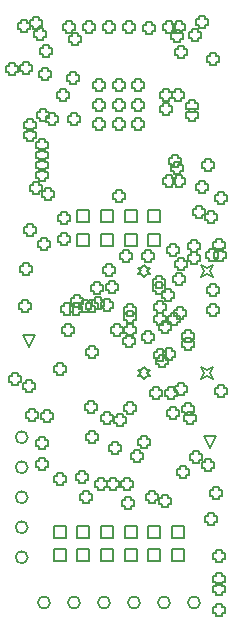
<source format=gbr>
%TF.GenerationSoftware,Altium Limited,Altium Designer,24.6.1 (21)*%
G04 Layer_Color=2752767*
%FSLAX45Y45*%
%MOMM*%
%TF.SameCoordinates,189501FC-2F9B-42A0-9727-E85274D5E768*%
%TF.FilePolarity,Positive*%
%TF.FileFunction,Drawing*%
%TF.Part,Single*%
G01*
G75*
%TA.AperFunction,NonConductor*%
%ADD59C,0.12700*%
%ADD109C,0.16933*%
D59*
X374200Y474200D02*
Y575800D01*
X475800D01*
Y474200D01*
X374200D01*
X574200D02*
Y575800D01*
X675800D01*
Y474200D01*
X574200D01*
X374200Y674200D02*
Y775800D01*
X475800D01*
Y674200D01*
X374200D01*
X574200D02*
Y775800D01*
X675800D01*
Y674200D01*
X574200D01*
X774201Y474200D02*
Y575800D01*
X875801D01*
Y474200D01*
X774201D01*
X974201D02*
Y575800D01*
X1075801D01*
Y474200D01*
X974201D01*
X1174201D02*
Y575800D01*
X1275801D01*
Y474200D01*
X1174201D01*
X1374201D02*
Y575800D01*
X1475801D01*
Y474200D01*
X1374201D01*
X774201Y674200D02*
Y775800D01*
X875801D01*
Y674200D01*
X774201D01*
X974201D02*
Y775800D01*
X1075801D01*
Y674200D01*
X974201D01*
X1174201D02*
Y775800D01*
X1275801D01*
Y674200D01*
X1174201D01*
X1374201D02*
Y775800D01*
X1475801D01*
Y674200D01*
X1374201D01*
X1621700Y2883700D02*
X1647100Y2934500D01*
X1621700Y2985300D01*
X1672500Y2959900D01*
X1723300Y2985300D01*
X1697900Y2934500D01*
X1723300Y2883700D01*
X1672500Y2909100D01*
X1621700Y2883700D01*
Y2019700D02*
X1647100Y2070500D01*
X1621700Y2121300D01*
X1672500Y2095900D01*
X1723300Y2121300D01*
X1697900Y2070500D01*
X1723300Y2019700D01*
X1672500Y2045100D01*
X1621700Y2019700D01*
X1136500Y2883700D02*
X1161900Y2909100D01*
X1187300D01*
X1161900Y2934500D01*
X1187300Y2959900D01*
X1161900D01*
X1136500Y2985300D01*
X1111100Y2959900D01*
X1085700D01*
X1111100Y2934500D01*
X1085700Y2909100D01*
X1111100D01*
X1136500Y2883700D01*
Y2019700D02*
X1161900Y2045100D01*
X1187300D01*
X1161900Y2070500D01*
X1187300Y2095900D01*
X1161900D01*
X1136500Y2121300D01*
X1111100Y2095900D01*
X1085700D01*
X1111100Y2070500D01*
X1085700Y2045100D01*
X1111100D01*
X1136500Y2019700D01*
X574200Y3146700D02*
Y3248300D01*
X675800D01*
Y3146700D01*
X574200D01*
X774200D02*
Y3248300D01*
X875800D01*
Y3146700D01*
X774200D01*
X974200D02*
Y3248300D01*
X1075800D01*
Y3146700D01*
X974200D01*
X1174200D02*
Y3248300D01*
X1275800D01*
Y3146700D01*
X1174200D01*
X574200Y3346700D02*
Y3448300D01*
X675800D01*
Y3346700D01*
X574200D01*
X774200D02*
Y3448300D01*
X875800D01*
Y3346700D01*
X774200D01*
X974200D02*
Y3448300D01*
X1075800D01*
Y3346700D01*
X974200D01*
X1174200D02*
Y3448300D01*
X1275800D01*
Y3346700D01*
X1174200D01*
X1697100Y1431900D02*
X1646300Y1533500D01*
X1747900D01*
X1697100Y1431900D01*
X160400Y2291100D02*
X109600Y2392700D01*
X211200D01*
X160400Y2291100D01*
X1533494Y3016726D02*
Y2991326D01*
X1584294D01*
Y3016726D01*
X1609694D01*
Y3067526D01*
X1584294D01*
Y3092926D01*
X1533494D01*
Y3067526D01*
X1508094D01*
Y3016726D01*
X1533494D01*
X797300Y2616000D02*
Y2590600D01*
X848100D01*
Y2616000D01*
X873500D01*
Y2666800D01*
X848100D01*
Y2692200D01*
X797300D01*
Y2666800D01*
X771900D01*
Y2616000D01*
X797300D01*
X467100Y2404600D02*
Y2379200D01*
X517900D01*
Y2404600D01*
X543300D01*
Y2455400D01*
X517900D01*
Y2480800D01*
X467100D01*
Y2455400D01*
X441700D01*
Y2404600D01*
X467100D01*
X1744600Y3124600D02*
Y3099200D01*
X1795400D01*
Y3124600D01*
X1820800D01*
Y3175400D01*
X1795400D01*
Y3200800D01*
X1744600D01*
Y3175400D01*
X1719200D01*
Y3124600D01*
X1744600D01*
X399600Y2079600D02*
Y2054200D01*
X450400D01*
Y2079600D01*
X475800D01*
Y2130400D01*
X450400D01*
Y2155800D01*
X399600D01*
Y2130400D01*
X374200D01*
Y2079600D01*
X399600D01*
X139600Y1929600D02*
Y1904200D01*
X190400D01*
Y1929600D01*
X215800D01*
Y1980400D01*
X190400D01*
Y2005800D01*
X139600D01*
Y1980400D01*
X114200D01*
Y1929600D01*
X139600D01*
X669600Y2217100D02*
Y2191700D01*
X720400D01*
Y2217100D01*
X745800D01*
Y2267900D01*
X720400D01*
Y2293300D01*
X669600D01*
Y2267900D01*
X644200D01*
Y2217100D01*
X669600D01*
X722100Y2634600D02*
Y2609200D01*
X772900D01*
Y2634600D01*
X798300D01*
Y2685400D01*
X772900D01*
Y2710800D01*
X722100D01*
Y2685400D01*
X696700D01*
Y2634600D01*
X722100D01*
X614600Y2609600D02*
Y2584200D01*
X665400D01*
Y2609600D01*
X690800D01*
Y2660400D01*
X665400D01*
Y2685800D01*
X614600D01*
Y2660400D01*
X589200D01*
Y2609600D01*
X614600D01*
X672100D02*
Y2584200D01*
X722900D01*
Y2609600D01*
X748300D01*
Y2660400D01*
X722900D01*
Y2685800D01*
X672100D01*
Y2660400D01*
X646700D01*
Y2609600D01*
X672100D01*
X264880Y3130879D02*
Y3105479D01*
X315680D01*
Y3130879D01*
X341080D01*
Y3181679D01*
X315680D01*
Y3207079D01*
X264880D01*
Y3181679D01*
X239480D01*
Y3130879D01*
X264880D01*
X714200Y2759359D02*
Y2733959D01*
X765000D01*
Y2759359D01*
X790400D01*
Y2810159D01*
X765000D01*
Y2835559D01*
X714200D01*
Y2810159D01*
X688800D01*
Y2759359D01*
X714200D01*
X432100Y3357100D02*
Y3331700D01*
X482900D01*
Y3357100D01*
X508300D01*
Y3407900D01*
X482900D01*
Y3433300D01*
X432100D01*
Y3407900D01*
X406700D01*
Y3357100D01*
X432100D01*
X434400Y3180055D02*
Y3154655D01*
X485200D01*
Y3180055D01*
X510600D01*
Y3230855D01*
X485200D01*
Y3256255D01*
X434400D01*
Y3230855D01*
X409000D01*
Y3180055D01*
X434400D01*
X546800Y2651101D02*
Y2625701D01*
X597600D01*
Y2651101D01*
X623000D01*
Y2701901D01*
X597600D01*
Y2727301D01*
X546800D01*
Y2701901D01*
X521400D01*
Y2651101D01*
X546800D01*
X989600Y1744600D02*
Y1719200D01*
X1040400D01*
Y1744600D01*
X1065800D01*
Y1795400D01*
X1040400D01*
Y1820800D01*
X989600D01*
Y1795400D01*
X964200D01*
Y1744600D01*
X989600D01*
X1678659Y3360541D02*
Y3335141D01*
X1729459D01*
Y3360541D01*
X1754859D01*
Y3411341D01*
X1729459D01*
Y3436741D01*
X1678659D01*
Y3411341D01*
X1653259D01*
Y3360541D01*
X1678659D01*
X1424600Y4759600D02*
Y4734200D01*
X1475400D01*
Y4759600D01*
X1500800D01*
Y4810400D01*
X1475400D01*
Y4835800D01*
X1424600D01*
Y4810400D01*
X1399200D01*
Y4759600D01*
X1424600D01*
X1574600Y3407100D02*
Y3381700D01*
X1625400D01*
Y3407100D01*
X1650800D01*
Y3457900D01*
X1625400D01*
Y3483300D01*
X1574600D01*
Y3457900D01*
X1549200D01*
Y3407100D01*
X1574600D01*
X509600Y4539600D02*
Y4514200D01*
X560400D01*
Y4539600D01*
X585800D01*
Y4590400D01*
X560400D01*
Y4615800D01*
X509600D01*
Y4590400D01*
X484200D01*
Y4539600D01*
X509600D01*
X1297100Y4274600D02*
Y4249200D01*
X1347900D01*
Y4274600D01*
X1373300D01*
Y4325400D01*
X1347900D01*
Y4350800D01*
X1297100D01*
Y4325400D01*
X1271700D01*
Y4274600D01*
X1297100D01*
X1409600Y4969600D02*
Y4944200D01*
X1460400D01*
Y4969600D01*
X1485800D01*
Y5020400D01*
X1460400D01*
Y5045800D01*
X1409600D01*
Y5020400D01*
X1384200D01*
Y4969600D01*
X1409600D01*
X817100Y4972100D02*
Y4946700D01*
X867900D01*
Y4972100D01*
X893300D01*
Y5022900D01*
X867900D01*
Y5048300D01*
X817100D01*
Y5022900D01*
X791700D01*
Y4972100D01*
X817100D01*
X1547100Y4907100D02*
Y4881700D01*
X1597900D01*
Y4907100D01*
X1623300D01*
Y4957900D01*
X1597900D01*
Y4983300D01*
X1547100D01*
Y4957900D01*
X1521700D01*
Y4907100D01*
X1547100D01*
X1652100Y3804600D02*
Y3779200D01*
X1702900D01*
Y3804600D01*
X1728300D01*
Y3855400D01*
X1702900D01*
Y3880800D01*
X1652100D01*
Y3855400D01*
X1626700D01*
Y3804600D01*
X1652100D01*
X1412100Y3669600D02*
Y3644200D01*
X1462900D01*
Y3669600D01*
X1488300D01*
Y3720400D01*
X1462900D01*
Y3745800D01*
X1412100D01*
Y3720400D01*
X1386700D01*
Y3669600D01*
X1412100D01*
X1324600Y3667100D02*
Y3641700D01*
X1375400D01*
Y3667100D01*
X1400800D01*
Y3717900D01*
X1375400D01*
Y3743300D01*
X1324600D01*
Y3717900D01*
X1299200D01*
Y3667100D01*
X1324600D01*
X302100Y3562100D02*
Y3536700D01*
X352900D01*
Y3562100D01*
X378300D01*
Y3612900D01*
X352900D01*
Y3638300D01*
X302100D01*
Y3612900D01*
X276700D01*
Y3562100D01*
X302100D01*
X252100Y3719600D02*
Y3694200D01*
X302900D01*
Y3719600D01*
X328300D01*
Y3770400D01*
X302900D01*
Y3795800D01*
X252100D01*
Y3770400D01*
X226700D01*
Y3719600D01*
X252100D01*
Y3802100D02*
Y3776700D01*
X302900D01*
Y3802100D01*
X328300D01*
Y3852900D01*
X302900D01*
Y3878300D01*
X252100D01*
Y3852900D01*
X226700D01*
Y3802100D01*
X252100D01*
Y3974600D02*
Y3949200D01*
X302900D01*
Y3974600D01*
X328300D01*
Y4025400D01*
X302900D01*
Y4050800D01*
X252100D01*
Y4025400D01*
X226700D01*
Y3974600D01*
X252100D01*
X249600Y3889600D02*
Y3864200D01*
X300400D01*
Y3889600D01*
X325800D01*
Y3940400D01*
X300400D01*
Y3965800D01*
X249600D01*
Y3940400D01*
X224200D01*
Y3889600D01*
X249600D01*
X229600Y4909600D02*
Y4884200D01*
X280400D01*
Y4909600D01*
X305800D01*
Y4960400D01*
X280400D01*
Y4985800D01*
X229600D01*
Y4960400D01*
X204200D01*
Y4909600D01*
X229600D01*
X114600Y2922100D02*
Y2896700D01*
X165400D01*
Y2922100D01*
X190800D01*
Y2972900D01*
X165400D01*
Y2998300D01*
X114600D01*
Y2972900D01*
X89200D01*
Y2922100D01*
X114600D01*
X844600Y2772560D02*
Y2747160D01*
X895400D01*
Y2772560D01*
X920800D01*
Y2823360D01*
X895400D01*
Y2848760D01*
X844600D01*
Y2823360D01*
X819200D01*
Y2772560D01*
X844600D01*
X1327100Y2204600D02*
Y2179200D01*
X1377900D01*
Y2204600D01*
X1403300D01*
Y2255400D01*
X1377900D01*
Y2280800D01*
X1327100D01*
Y2255400D01*
X1301700D01*
Y2204600D01*
X1327100D01*
X1249640Y2602100D02*
Y2576700D01*
X1300440D01*
Y2602100D01*
X1325840D01*
Y2652900D01*
X1300440D01*
Y2678300D01*
X1249640D01*
Y2652900D01*
X1224240D01*
Y2602100D01*
X1249640D01*
X1249640Y2502100D02*
Y2476700D01*
X1300440D01*
Y2502100D01*
X1325840D01*
Y2552900D01*
X1300440D01*
Y2578300D01*
X1249640D01*
Y2552900D01*
X1224240D01*
Y2502100D01*
X1249640D01*
X1146737Y2350255D02*
Y2324855D01*
X1197537D01*
Y2350255D01*
X1222937D01*
Y2401055D01*
X1197537D01*
Y2426455D01*
X1146737D01*
Y2401055D01*
X1121337D01*
Y2350255D01*
X1146737D01*
X1247100Y2194600D02*
Y2169200D01*
X1297900D01*
Y2194600D01*
X1323300D01*
Y2245400D01*
X1297900D01*
Y2270800D01*
X1247100D01*
Y2245400D01*
X1221700D01*
Y2194600D01*
X1247100D01*
X990200Y2514600D02*
Y2489200D01*
X1041000D01*
Y2514600D01*
X1066400D01*
Y2565400D01*
X1041000D01*
Y2590800D01*
X990200D01*
Y2565400D01*
X964800D01*
Y2514600D01*
X990200D01*
X799600Y1659600D02*
Y1634200D01*
X850400D01*
Y1659600D01*
X875800D01*
Y1710400D01*
X850400D01*
Y1735800D01*
X799600D01*
Y1710400D01*
X774200D01*
Y1659600D01*
X799600D01*
X1407100Y2837100D02*
Y2811700D01*
X1457900D01*
Y2837100D01*
X1483300D01*
Y2887900D01*
X1457900D01*
Y2913300D01*
X1407100D01*
Y2887900D01*
X1381700D01*
Y2837100D01*
X1407100D01*
X97100Y4984600D02*
Y4959200D01*
X147900D01*
Y4984600D01*
X173300D01*
Y5035400D01*
X147900D01*
Y5060800D01*
X97100D01*
Y5035400D01*
X71700D01*
Y4984600D01*
X97100D01*
X519600Y4192100D02*
Y4166700D01*
X570400D01*
Y4192100D01*
X595800D01*
Y4242900D01*
X570400D01*
Y4268300D01*
X519600D01*
Y4242900D01*
X494200D01*
Y4192100D01*
X519600D01*
X289600Y1677100D02*
Y1651700D01*
X340400D01*
Y1677100D01*
X365800D01*
Y1727900D01*
X340400D01*
Y1753300D01*
X289600D01*
Y1727900D01*
X264200D01*
Y1677100D01*
X289600D01*
X1367100Y2499600D02*
Y2474200D01*
X1417900D01*
Y2499600D01*
X1443300D01*
Y2550400D01*
X1417900D01*
Y2575800D01*
X1367100D01*
Y2550400D01*
X1341700D01*
Y2499600D01*
X1367100D01*
X969600Y1107100D02*
Y1081700D01*
X1020400D01*
Y1107100D01*
X1045800D01*
Y1157900D01*
X1020400D01*
Y1183300D01*
X969600D01*
Y1157900D01*
X944200D01*
Y1107100D01*
X969600D01*
X849600D02*
Y1081700D01*
X900400D01*
Y1107100D01*
X925800D01*
Y1157900D01*
X900400D01*
Y1183300D01*
X849600D01*
Y1157900D01*
X824200D01*
Y1107100D01*
X849600D01*
X749600Y1104600D02*
Y1079200D01*
X800400D01*
Y1104600D01*
X825800D01*
Y1155400D01*
X800400D01*
Y1180800D01*
X749600D01*
Y1155400D01*
X724200D01*
Y1104600D01*
X749600D01*
X864200Y1411699D02*
Y1386299D01*
X915000D01*
Y1411699D01*
X940400D01*
Y1462499D01*
X915000D01*
Y1487899D01*
X864200D01*
Y1462499D01*
X838800D01*
Y1411699D01*
X864200D01*
X1422100Y1909600D02*
Y1884200D01*
X1472900D01*
Y1909600D01*
X1498300D01*
Y1960400D01*
X1472900D01*
Y1985800D01*
X1422100D01*
Y1960400D01*
X1396700D01*
Y1909600D01*
X1422100D01*
X1719600Y1024600D02*
Y999200D01*
X1770400D01*
Y1024600D01*
X1795800D01*
Y1075400D01*
X1770400D01*
Y1100800D01*
X1719600D01*
Y1075400D01*
X1694200D01*
Y1024600D01*
X1719600D01*
X1679600Y809600D02*
Y784200D01*
X1730400D01*
Y809600D01*
X1755800D01*
Y860400D01*
X1730400D01*
Y885800D01*
X1679600D01*
Y860400D01*
X1654200D01*
Y809600D01*
X1679600D01*
X1747100Y492100D02*
Y466700D01*
X1797900D01*
Y492100D01*
X1823300D01*
Y542900D01*
X1797900D01*
Y568300D01*
X1747100D01*
Y542900D01*
X1721700D01*
Y492100D01*
X1747100D01*
X1744600Y302100D02*
Y276700D01*
X1795400D01*
Y302100D01*
X1820800D01*
Y352900D01*
X1795400D01*
Y378300D01*
X1744600D01*
Y352900D01*
X1719200D01*
Y302100D01*
X1744600D01*
X1747100Y214600D02*
Y189200D01*
X1797900D01*
Y214600D01*
X1823300D01*
Y265400D01*
X1797900D01*
Y290800D01*
X1747100D01*
Y265400D01*
X1721700D01*
Y214600D01*
X1747100D01*
X1744600Y34600D02*
Y9200D01*
X1795400D01*
Y34600D01*
X1820800D01*
Y85400D01*
X1795400D01*
Y110800D01*
X1744600D01*
Y85400D01*
X1719200D01*
Y34600D01*
X1744600D01*
X979600Y944600D02*
Y919200D01*
X1030400D01*
Y944600D01*
X1055800D01*
Y995400D01*
X1030400D01*
Y1020800D01*
X979600D01*
Y995400D01*
X954200D01*
Y944600D01*
X979600D01*
X1354600Y1707100D02*
Y1681700D01*
X1405400D01*
Y1707100D01*
X1430800D01*
Y1757900D01*
X1405400D01*
Y1783300D01*
X1354600D01*
Y1757900D01*
X1329200D01*
Y1707100D01*
X1354600D01*
X1692100Y4699600D02*
Y4674200D01*
X1742900D01*
Y4699600D01*
X1768300D01*
Y4750400D01*
X1742900D01*
Y4775800D01*
X1692100D01*
Y4750400D01*
X1666700D01*
Y4699600D01*
X1692100D01*
X959600Y3029600D02*
Y3004200D01*
X1010400D01*
Y3029600D01*
X1035800D01*
Y3080400D01*
X1010400D01*
Y3105800D01*
X959600D01*
Y3080400D01*
X934200D01*
Y3029600D01*
X959600D01*
X585000Y1159600D02*
Y1134200D01*
X635800D01*
Y1159600D01*
X661200D01*
Y1210400D01*
X635800D01*
Y1235800D01*
X585000D01*
Y1210400D01*
X559600D01*
Y1159600D01*
X585000D01*
X404600Y1147100D02*
Y1121700D01*
X455400D01*
Y1147100D01*
X480800D01*
Y1197900D01*
X455400D01*
Y1223300D01*
X404600D01*
Y1197900D01*
X379200D01*
Y1147100D01*
X404600D01*
X1657100Y1264600D02*
Y1239200D01*
X1707900D01*
Y1264600D01*
X1733300D01*
Y1315400D01*
X1707900D01*
Y1340800D01*
X1657100D01*
Y1315400D01*
X1631700D01*
Y1264600D01*
X1657100D01*
X1289600Y962100D02*
Y936700D01*
X1340400D01*
Y962100D01*
X1365800D01*
Y1012900D01*
X1340400D01*
Y1038300D01*
X1289600D01*
Y1012900D01*
X1264200D01*
Y962100D01*
X1289600D01*
X990200Y2578339D02*
Y2552939D01*
X1041000D01*
Y2578339D01*
X1066400D01*
Y2629139D01*
X1041000D01*
Y2654539D01*
X990200D01*
Y2629139D01*
X964800D01*
Y2578339D01*
X990200D01*
X734599Y4479599D02*
Y4454199D01*
X785399D01*
Y4479599D01*
X810799D01*
Y4530399D01*
X785399D01*
Y4555799D01*
X734599D01*
Y4530399D01*
X709199D01*
Y4479599D01*
X734599D01*
X1439600Y1207100D02*
Y1181700D01*
X1490400D01*
Y1207100D01*
X1515800D01*
Y1257900D01*
X1490400D01*
Y1283300D01*
X1439600D01*
Y1257900D01*
X1414200D01*
Y1207100D01*
X1439600D01*
X812100Y2912100D02*
Y2886700D01*
X862900D01*
Y2912100D01*
X888300D01*
Y2962900D01*
X862900D01*
Y2988300D01*
X812100D01*
Y2962900D01*
X786700D01*
Y2912100D01*
X812100D01*
X1147100Y3029600D02*
Y3004200D01*
X1197900D01*
Y3029600D01*
X1223300D01*
Y3080400D01*
X1197900D01*
Y3105800D01*
X1147100D01*
Y3080400D01*
X1121700D01*
Y3029600D01*
X1147100D01*
X1354600Y3082100D02*
Y3056700D01*
X1405400D01*
Y3082100D01*
X1430800D01*
Y3132900D01*
X1405400D01*
Y3158300D01*
X1354600D01*
Y3132900D01*
X1329200D01*
Y3082100D01*
X1354600D01*
X1764600Y1894600D02*
Y1869200D01*
X1815400D01*
Y1894600D01*
X1840800D01*
Y1945400D01*
X1815400D01*
Y1970800D01*
X1764600D01*
Y1945400D01*
X1739200D01*
Y1894600D01*
X1764600D01*
X1413721Y2552979D02*
Y2527579D01*
X1464521D01*
Y2552979D01*
X1489921D01*
Y2603779D01*
X1464521D01*
Y2629179D01*
X1413721D01*
Y2603779D01*
X1388321D01*
Y2552979D01*
X1413721D01*
X994600Y2404600D02*
Y2379200D01*
X1045400D01*
Y2404600D01*
X1070800D01*
Y2455400D01*
X1045400D01*
Y2480800D01*
X994600D01*
Y2455400D01*
X969200D01*
Y2404600D01*
X994600D01*
X1424600Y2967100D02*
Y2941700D01*
X1475400D01*
Y2967100D01*
X1500800D01*
Y3017900D01*
X1475400D01*
Y3043300D01*
X1424600D01*
Y3017900D01*
X1399200D01*
Y2967100D01*
X1424600D01*
X1239000Y2759600D02*
Y2734200D01*
X1289800D01*
Y2759600D01*
X1315200D01*
Y2810400D01*
X1289800D01*
Y2835800D01*
X1239000D01*
Y2810400D01*
X1213600D01*
Y2759600D01*
X1239000D01*
Y2811989D02*
Y2786589D01*
X1289800D01*
Y2811989D01*
X1315200D01*
Y2862789D01*
X1289800D01*
Y2888189D01*
X1239000D01*
Y2862789D01*
X1213600D01*
Y2811989D01*
X1239000D01*
X1752100Y3039600D02*
Y3014200D01*
X1802900D01*
Y3039600D01*
X1828300D01*
Y3090400D01*
X1802900D01*
Y3115800D01*
X1752100D01*
Y3090400D01*
X1726700D01*
Y3039600D01*
X1752100D01*
X1689600Y3042100D02*
Y3016700D01*
X1740400D01*
Y3042100D01*
X1765800D01*
Y3092900D01*
X1740400D01*
Y3118300D01*
X1689600D01*
Y3092900D01*
X1664200D01*
Y3042100D01*
X1689600D01*
X1764601Y3523658D02*
Y3498258D01*
X1815402D01*
Y3523658D01*
X1840801D01*
Y3574458D01*
X1815402D01*
Y3599858D01*
X1764601D01*
Y3574458D01*
X1739202D01*
Y3523658D01*
X1764601D01*
X987100Y2314600D02*
Y2289200D01*
X1037900D01*
Y2314600D01*
X1063300D01*
Y2365400D01*
X1037900D01*
Y2390800D01*
X987100D01*
Y2365400D01*
X961700D01*
Y2314600D01*
X987100D01*
X887100Y2407100D02*
Y2381700D01*
X937900D01*
Y2407100D01*
X963300D01*
Y2457900D01*
X937900D01*
Y2483300D01*
X887100D01*
Y2457900D01*
X861700D01*
Y2407100D01*
X887100D01*
X1549600Y1334600D02*
Y1309200D01*
X1600400D01*
Y1334600D01*
X1625800D01*
Y1385400D01*
X1600400D01*
Y1410800D01*
X1549600D01*
Y1385400D01*
X1524200D01*
Y1334600D01*
X1549600D01*
X1482100Y2354600D02*
Y2329200D01*
X1532900D01*
Y2354600D01*
X1558300D01*
Y2405400D01*
X1532900D01*
Y2430800D01*
X1482100D01*
Y2405400D01*
X1456700D01*
Y2354600D01*
X1482100D01*
Y2292100D02*
Y2266700D01*
X1532900D01*
Y2292100D01*
X1558300D01*
Y2342900D01*
X1532900D01*
Y2368300D01*
X1482100D01*
Y2342900D01*
X1456700D01*
Y2292100D01*
X1482100D01*
X1699600Y2749600D02*
Y2724200D01*
X1750400D01*
Y2749600D01*
X1775800D01*
Y2800400D01*
X1750400D01*
Y2825800D01*
X1699600D01*
Y2800400D01*
X1674200D01*
Y2749600D01*
X1699600D01*
X1483226Y1738993D02*
Y1713593D01*
X1534026D01*
Y1738993D01*
X1559426D01*
Y1789793D01*
X1534026D01*
Y1815193D01*
X1483226D01*
Y1789793D01*
X1457826D01*
Y1738993D01*
X1483226D01*
X1504600Y1662100D02*
Y1636700D01*
X1555400D01*
Y1662100D01*
X1580800D01*
Y1712900D01*
X1555400D01*
Y1738300D01*
X1504600D01*
Y1712900D01*
X1479200D01*
Y1662100D01*
X1504600D01*
X1339600Y1874600D02*
Y1849200D01*
X1390400D01*
Y1874600D01*
X1415800D01*
Y1925400D01*
X1390400D01*
Y1950800D01*
X1339600D01*
Y1925400D01*
X1314200D01*
Y1874600D01*
X1339600D01*
X1113400Y1459600D02*
Y1434200D01*
X1164200D01*
Y1459600D01*
X1189600D01*
Y1510400D01*
X1164200D01*
Y1535800D01*
X1113400D01*
Y1510400D01*
X1088000D01*
Y1459600D01*
X1113400D01*
X1537100Y3119600D02*
Y3094200D01*
X1587900D01*
Y3119600D01*
X1613300D01*
Y3170400D01*
X1587900D01*
Y3195800D01*
X1537100D01*
Y3170400D01*
X1511700D01*
Y3119600D01*
X1537100D01*
X1265961Y2143461D02*
Y2118061D01*
X1316761D01*
Y2143461D01*
X1342161D01*
Y2194261D01*
X1316761D01*
Y2219661D01*
X1265961D01*
Y2194261D01*
X1240561D01*
Y2143461D01*
X1265961D01*
X1292100Y2429600D02*
Y2404200D01*
X1342900D01*
Y2429600D01*
X1368300D01*
Y2480400D01*
X1342900D01*
Y2505800D01*
X1292100D01*
Y2480400D01*
X1266700D01*
Y2429600D01*
X1292100D01*
X1311700Y2707100D02*
Y2681700D01*
X1362500D01*
Y2707100D01*
X1387900D01*
Y2757900D01*
X1362500D01*
Y2783300D01*
X1311700D01*
Y2757900D01*
X1286300D01*
Y2707100D01*
X1311700D01*
X537100Y2587100D02*
Y2561700D01*
X587900D01*
Y2587100D01*
X613300D01*
Y2637900D01*
X587900D01*
Y2663300D01*
X537100D01*
Y2637900D01*
X511700D01*
Y2587100D01*
X537100D01*
X457100Y2584236D02*
Y2558836D01*
X507900D01*
Y2584236D01*
X533300D01*
Y2635036D01*
X507900D01*
Y2660436D01*
X457100D01*
Y2635036D01*
X431700D01*
Y2584236D01*
X457100D01*
X197100Y3612100D02*
Y3586700D01*
X247900D01*
Y3612100D01*
X273300D01*
Y3662900D01*
X247900D01*
Y3688300D01*
X197100D01*
Y3662900D01*
X171700D01*
Y3612100D01*
X197100D01*
X147700Y3252100D02*
Y3226700D01*
X198500D01*
Y3252100D01*
X223900D01*
Y3302900D01*
X198500D01*
Y3328300D01*
X147700D01*
Y3302900D01*
X122300D01*
Y3252100D01*
X147700D01*
X104600Y2612100D02*
Y2586700D01*
X155400D01*
Y2612100D01*
X180800D01*
Y2662900D01*
X155400D01*
Y2688300D01*
X104600D01*
Y2662900D01*
X79200D01*
Y2612100D01*
X104600D01*
X164600Y1689600D02*
Y1664200D01*
X215400D01*
Y1689600D01*
X240800D01*
Y1740400D01*
X215400D01*
Y1765800D01*
X164600D01*
Y1740400D01*
X139200D01*
Y1689600D01*
X164600D01*
X252100Y1272100D02*
Y1246700D01*
X302900D01*
Y1272100D01*
X328300D01*
Y1322900D01*
X302900D01*
Y1348300D01*
X252100D01*
Y1322900D01*
X226700D01*
Y1272100D01*
X252100D01*
Y1452100D02*
Y1426700D01*
X302900D01*
Y1452100D01*
X328300D01*
Y1502900D01*
X302900D01*
Y1528300D01*
X252100D01*
Y1502900D01*
X226700D01*
Y1452100D01*
X252100D01*
X667100Y1754600D02*
Y1729200D01*
X717900D01*
Y1754600D01*
X743300D01*
Y1805400D01*
X717900D01*
Y1830800D01*
X667100D01*
Y1805400D01*
X641700D01*
Y1754600D01*
X667100D01*
X907100Y1644600D02*
Y1619200D01*
X957900D01*
Y1644600D01*
X983300D01*
Y1695400D01*
X957900D01*
Y1720800D01*
X907100D01*
Y1695400D01*
X881700D01*
Y1644600D01*
X907100D01*
X22100Y1992100D02*
Y1966700D01*
X72900D01*
Y1992100D01*
X98300D01*
Y2042900D01*
X72900D01*
Y2068300D01*
X22100D01*
Y2042900D01*
X-3300D01*
Y1992100D01*
X22100D01*
X1297100Y4397100D02*
Y4371700D01*
X1347900D01*
Y4397100D01*
X1373300D01*
Y4447900D01*
X1347900D01*
Y4473300D01*
X1297100D01*
Y4447900D01*
X1271700D01*
Y4397100D01*
X1297100D01*
X332100Y4192100D02*
Y4166700D01*
X382900D01*
Y4192100D01*
X408300D01*
Y4242900D01*
X382900D01*
Y4268300D01*
X332100D01*
Y4242900D01*
X306700D01*
Y4192100D01*
X332100D01*
X147700Y4144600D02*
Y4119200D01*
X198500D01*
Y4144600D01*
X223900D01*
Y4195400D01*
X198500D01*
Y4220800D01*
X147700D01*
Y4195400D01*
X122300D01*
Y4144600D01*
X147700D01*
Y4059600D02*
Y4034200D01*
X198500D01*
Y4059600D01*
X223900D01*
Y4110400D01*
X198500D01*
Y4135800D01*
X147700D01*
Y4110400D01*
X122300D01*
Y4059600D01*
X147700D01*
X1214600Y1869600D02*
Y1844200D01*
X1265400D01*
Y1869600D01*
X1290800D01*
Y1920400D01*
X1265400D01*
Y1945800D01*
X1214600D01*
Y1920400D01*
X1189200D01*
Y1869600D01*
X1214600D01*
X669600Y1502099D02*
Y1476699D01*
X720400D01*
Y1502099D01*
X745800D01*
Y1552899D01*
X720400D01*
Y1578299D01*
X669600D01*
Y1552899D01*
X644200D01*
Y1502099D01*
X669600D01*
X1049600Y1339600D02*
Y1314200D01*
X1100400D01*
Y1339600D01*
X1125800D01*
Y1390400D01*
X1100400D01*
Y1415800D01*
X1049600D01*
Y1390400D01*
X1024200D01*
Y1339600D01*
X1049600D01*
X619598Y989595D02*
Y964195D01*
X670398D01*
Y989595D01*
X695798D01*
Y1040395D01*
X670398D01*
Y1065795D01*
X619598D01*
Y1040395D01*
X594198D01*
Y989595D01*
X619598D01*
X1179598Y989596D02*
Y964196D01*
X1230398D01*
Y989596D01*
X1255798D01*
Y1040396D01*
X1230398D01*
Y1065796D01*
X1179598D01*
Y1040396D01*
X1154198D01*
Y989596D01*
X1179598D01*
X-2900Y4614600D02*
Y4589200D01*
X47900D01*
Y4614600D01*
X73300D01*
Y4665400D01*
X47900D01*
Y4690800D01*
X-2900D01*
Y4665400D01*
X-28300D01*
Y4614600D01*
X-2900D01*
X109600Y4627100D02*
Y4601700D01*
X160400D01*
Y4627100D01*
X185800D01*
Y4677900D01*
X160400D01*
Y4703300D01*
X109600D01*
Y4677900D01*
X84200D01*
Y4627100D01*
X109600D01*
X900379Y3542880D02*
Y3517480D01*
X951179D01*
Y3542880D01*
X976579D01*
Y3593680D01*
X951179D01*
Y3619080D01*
X900379D01*
Y3593680D01*
X874979D01*
Y3542880D01*
X900379D01*
X1394600Y4897100D02*
Y4871700D01*
X1445400D01*
Y4897100D01*
X1470800D01*
Y4947900D01*
X1445400D01*
Y4973300D01*
X1394600D01*
Y4947900D01*
X1369200D01*
Y4897100D01*
X1394600D01*
X647100Y4969600D02*
Y4944200D01*
X697900D01*
Y4969600D01*
X723300D01*
Y5020400D01*
X697900D01*
Y5045800D01*
X647100D01*
Y5020400D01*
X621700D01*
Y4969600D01*
X647100D01*
X984600D02*
Y4944200D01*
X1035400D01*
Y4969600D01*
X1060800D01*
Y5020400D01*
X1035400D01*
Y5045800D01*
X984600D01*
Y5020400D01*
X959200D01*
Y4969600D01*
X984600D01*
X1154600Y4967100D02*
Y4941700D01*
X1205400D01*
Y4967100D01*
X1230800D01*
Y5017900D01*
X1205400D01*
Y5043300D01*
X1154600D01*
Y5017900D01*
X1129200D01*
Y4967100D01*
X1154600D01*
X1324600Y4969600D02*
Y4944200D01*
X1375400D01*
Y4969600D01*
X1400800D01*
Y5020400D01*
X1375400D01*
Y5045800D01*
X1324600D01*
Y5020400D01*
X1299200D01*
Y4969600D01*
X1324600D01*
X474600Y4972100D02*
Y4946700D01*
X525400D01*
Y4972100D01*
X550800D01*
Y5022900D01*
X525400D01*
Y5048300D01*
X474600D01*
Y5022900D01*
X449200D01*
Y4972100D01*
X474600D01*
X1599600Y3614599D02*
Y3589199D01*
X1650400D01*
Y3614599D01*
X1675800D01*
Y3665399D01*
X1650400D01*
Y3690799D01*
X1599600D01*
Y3665399D01*
X1574200D01*
Y3614599D01*
X1599600D01*
X1599600Y5014600D02*
Y4989200D01*
X1650400D01*
Y5014600D01*
X1675800D01*
Y5065400D01*
X1650400D01*
Y5090800D01*
X1599600D01*
Y5065400D01*
X1574200D01*
Y5014600D01*
X1599600D01*
X199598Y5009601D02*
Y4984201D01*
X250398D01*
Y5009601D01*
X275798D01*
Y5060401D01*
X250398D01*
Y5085801D01*
X199598D01*
Y5060401D01*
X174198D01*
Y5009601D01*
X199598D01*
X282100Y4772100D02*
Y4746700D01*
X332900D01*
Y4772100D01*
X358300D01*
Y4822900D01*
X332900D01*
Y4848300D01*
X282100D01*
Y4822900D01*
X256700D01*
Y4772100D01*
X282100D01*
X1522100Y4227100D02*
Y4201700D01*
X1572900D01*
Y4227100D01*
X1598300D01*
Y4277900D01*
X1572900D01*
Y4303300D01*
X1522100D01*
Y4277900D01*
X1496700D01*
Y4227100D01*
X1522100D01*
X1519600Y4302100D02*
Y4276700D01*
X1570400D01*
Y4302100D01*
X1595800D01*
Y4352900D01*
X1570400D01*
Y4378300D01*
X1519600D01*
Y4352900D01*
X1494200D01*
Y4302100D01*
X1519600D01*
X1374000Y3834000D02*
Y3808600D01*
X1424800D01*
Y3834000D01*
X1450200D01*
Y3884800D01*
X1424800D01*
Y3910200D01*
X1374000D01*
Y3884800D01*
X1348600D01*
Y3834000D01*
X1374000D01*
X1390379Y3775380D02*
Y3749980D01*
X1441179D01*
Y3775380D01*
X1466579D01*
Y3826180D01*
X1441179D01*
Y3851580D01*
X1390379D01*
Y3826180D01*
X1364979D01*
Y3775380D01*
X1390379D01*
X1399600Y4397100D02*
Y4371700D01*
X1450400D01*
Y4397100D01*
X1475800D01*
Y4447900D01*
X1450400D01*
Y4473300D01*
X1399600D01*
Y4447900D01*
X1374200D01*
Y4397100D01*
X1399600D01*
X427100D02*
Y4371700D01*
X477900D01*
Y4397100D01*
X503300D01*
Y4447900D01*
X477900D01*
Y4473300D01*
X427100D01*
Y4447900D01*
X401700D01*
Y4397100D01*
X427100D01*
X257100Y4229600D02*
Y4204200D01*
X307900D01*
Y4229600D01*
X333300D01*
Y4280400D01*
X307900D01*
Y4305800D01*
X257100D01*
Y4280400D01*
X231700D01*
Y4229600D01*
X257100D01*
X277100Y4572100D02*
Y4546700D01*
X327900D01*
Y4572100D01*
X353300D01*
Y4622900D01*
X327900D01*
Y4648300D01*
X277100D01*
Y4622900D01*
X251700D01*
Y4572100D01*
X277100D01*
X524600Y4869600D02*
Y4844200D01*
X575400D01*
Y4869600D01*
X600800D01*
Y4920400D01*
X575400D01*
Y4945800D01*
X524600D01*
Y4920400D01*
X499200D01*
Y4869600D01*
X524600D01*
X734599Y4149599D02*
Y4124199D01*
X785399D01*
Y4149599D01*
X810799D01*
Y4200399D01*
X785399D01*
Y4225799D01*
X734599D01*
Y4200399D01*
X709199D01*
Y4149599D01*
X734599D01*
X899599D02*
Y4124199D01*
X950399D01*
Y4149599D01*
X975799D01*
Y4200399D01*
X950399D01*
Y4225799D01*
X899599D01*
Y4200399D01*
X874199D01*
Y4149599D01*
X899599D01*
X1064599Y4149600D02*
Y4124200D01*
X1115399D01*
Y4149600D01*
X1140799D01*
Y4200400D01*
X1115399D01*
Y4225800D01*
X1064599D01*
Y4200400D01*
X1039199D01*
Y4149600D01*
X1064599D01*
Y4314599D02*
Y4289199D01*
X1115399D01*
Y4314599D01*
X1140799D01*
Y4365399D01*
X1115399D01*
Y4390799D01*
X1064599D01*
Y4365399D01*
X1039199D01*
Y4314599D01*
X1064599D01*
X899599D02*
Y4289199D01*
X950399D01*
Y4314599D01*
X975799D01*
Y4365399D01*
X950399D01*
Y4390799D01*
X899599D01*
Y4365399D01*
X874199D01*
Y4314599D01*
X899599D01*
X734600D02*
Y4289199D01*
X785400D01*
Y4314599D01*
X810800D01*
Y4365399D01*
X785400D01*
Y4390799D01*
X734600D01*
Y4365399D01*
X709200D01*
Y4314599D01*
X734600D01*
X899599Y4479600D02*
Y4454200D01*
X950399D01*
Y4479600D01*
X975799D01*
Y4530400D01*
X950399D01*
Y4555800D01*
X899599D01*
Y4530400D01*
X874199D01*
Y4479600D01*
X899599D01*
X1064599D02*
Y4454200D01*
X1115399D01*
Y4479600D01*
X1140799D01*
Y4530400D01*
X1115399D01*
Y4555800D01*
X1064599D01*
Y4530400D01*
X1039199D01*
Y4479600D01*
X1064599D01*
X1699600Y2574600D02*
Y2549200D01*
X1750400D01*
Y2574600D01*
X1775800D01*
Y2625400D01*
X1750400D01*
Y2650800D01*
X1699600D01*
Y2625400D01*
X1674200D01*
Y2574600D01*
X1699600D01*
D109*
X152400Y1016000D02*
G03*
X152400Y1016000I-50800J0D01*
G01*
Y762000D02*
G03*
X152400Y762000I-50800J0D01*
G01*
Y508000D02*
G03*
X152400Y508000I-50800J0D01*
G01*
Y1270000D02*
G03*
X152400Y1270000I-50800J0D01*
G01*
Y1524000D02*
G03*
X152400Y1524000I-50800J0D01*
G01*
X848800Y125000D02*
G03*
X848800Y125000I-50800J0D01*
G01*
X1102800D02*
G03*
X1102800Y125000I-50800J0D01*
G01*
X1356800D02*
G03*
X1356800Y125000I-50800J0D01*
G01*
X1610800D02*
G03*
X1610800Y125000I-50800J0D01*
G01*
X594800D02*
G03*
X594800Y125000I-50800J0D01*
G01*
X340800D02*
G03*
X340800Y125000I-50800J0D01*
G01*
%TF.MD5,0dfea85136561e17fccb10fb420c513a*%
M02*

</source>
